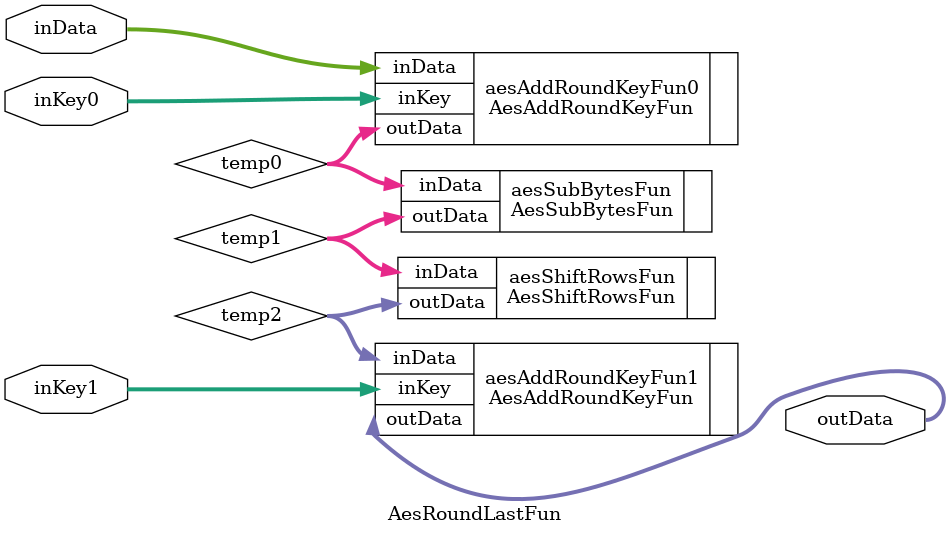
<source format=v>
module AesRoundLastFun (
	input	wire	[127:0]	inData,	
    input	wire	[127:0]	inKey0,	
	input	wire	[127:0]	inKey1,	
	output	wire	[127:0]	outData 
);    
	
wire [127:0] temp0;
wire [127:0] temp1;
wire [127:0] temp2;
	
AesAddRoundKeyFun 	aesAddRoundKeyFun0 	(.inData(inData), .inKey(inKey0), .outData(temp0));
AesSubBytesFun 		aesSubBytesFun 		(.inData(temp0), .outData(temp1));
AesShiftRowsFun 	aesShiftRowsFun		(.inData(temp1), .outData(temp2));
AesAddRoundKeyFun 	aesAddRoundKeyFun1 	(.inData(temp2), .inKey(inKey1), .outData(outData));

endmodule
</source>
